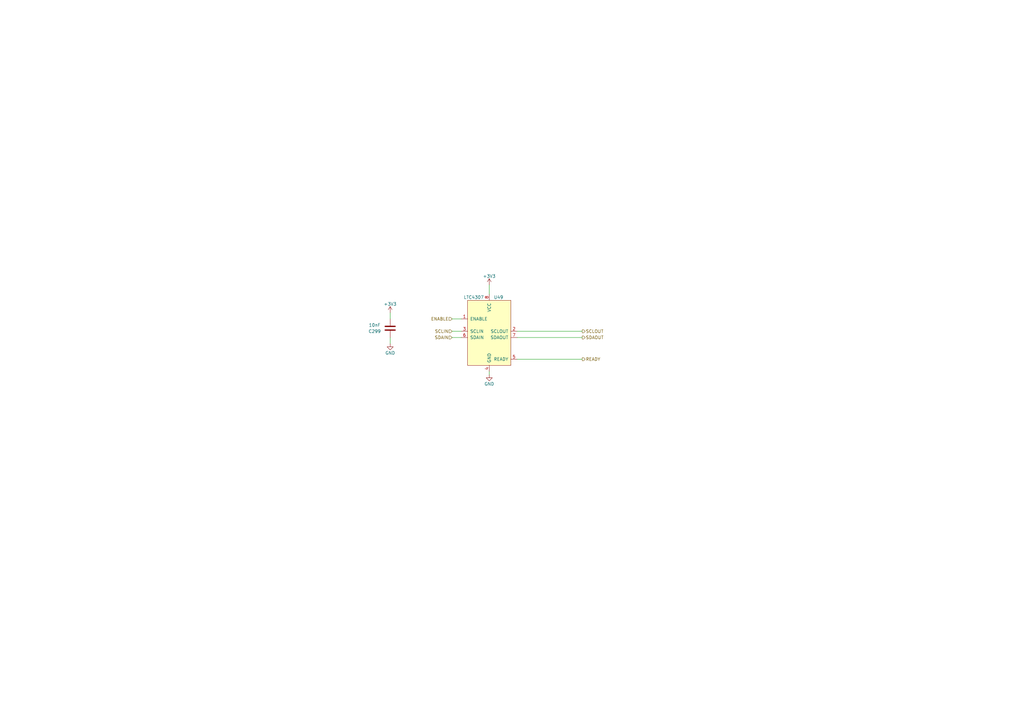
<source format=kicad_sch>
(kicad_sch (version 20211123) (generator eeschema)
  (paper "A3")
  (title_block (title "ATCA Template") (date "2023-01-05") (rev "1.0") (company "Karlsruhe Institute of Technology (KIT)") (comment 1 "Carsten Schmerbeck") (comment 2 "Luis Ardila") (comment 4 "Licensed under CERN-OHL-P v2"))
  (lib_symbols
    (symbol "Device:C" (pin_numbers hide) (pin_names (offset 0.254))
      (property "Reference" "C" (at 0.635 2.54 0))
      (property "Value" "C" (at 0.635 -2.54 0))
      (symbol "C_0_1"
        (polyline (pts (xy -2.032 -0.762) (xy 2.032 -0.762)) (stroke (width 0.508)))
        (polyline (pts (xy -2.032 0.762) (xy 2.032 0.762)) (stroke (width 0.508)))
      )
      (symbol "C_1_1"
        (pin passive line (at 0 3.81 270) (length 2.794) (name "~") (number "1"))
        (pin passive line (at 0 -3.81 90) (length 2.794) (name "~") (number "2"))
      )
    )
    (symbol "KIT_Logic:LTC4307" (pin_names (offset 1.016))
      (property "Reference" "U24" (at 15.24 8.89 0))
      (property "Value" "LTC4307" (at 5.08 8.89 0))
      (symbol "LTC4307_0_1"
        (rectangle (start 2.54 7.62) (end 20.32 -19.05) (fill (type background)))
      )
      (symbol "LTC4307_1_1"
        (pin input line (at 0 0 0) (length 2.54) (name "ENABLE") (number "1"))
        (pin output line (at 22.86 -5.08 180) (length 2.54) (name "SCLOUT") (number "2"))
        (pin input line (at 0 -5.08 0) (length 2.54) (name "SCLIN") (number "3"))
        (pin power_in line (at 11.43 -21.59 90) (length 2.54) (name "GND") (number "4"))
        (pin output line (at 22.86 -16.51 180) (length 2.54) (name "READY") (number "5"))
        (pin input line (at 0 -7.62 0) (length 2.54) (name "SDAIN") (number "6"))
        (pin output line (at 22.86 -7.62 180) (length 2.54) (name "SDAOUT") (number "7"))
        (pin power_in line (at 11.43 10.16 270) (length 2.54) (name "VCC") (number "8"))
      )
    )
    (symbol "power:+3V3" (power) (pin_names (offset 0))
      (property "Value" "+3V3" (at 0 3.556 0))
      (symbol "+3V3_0_1"
        (polyline (pts (xy -0.762 1.27) (xy 0 2.54)))
        (polyline (pts (xy 0 0) (xy 0 2.54)))
        (polyline (pts (xy 0 2.54) (xy 0.762 1.27)))
      )
      (symbol "+3V3_1_1"
        (pin power_in line (at 0 0 90) (length 0) hide (name "+3V3") (number "1"))
      )
    )
    (symbol "power:GND" (power) (pin_names (offset 0))
      (property "Value" "GND" (at 0 -3.81 0))
      (symbol "GND_0_1"
        (polyline (pts (xy 0 0) (xy 0 -1.27) (xy 1.27 -1.27) (xy 0 -2.54) (xy -1.27 -1.27) (xy 0 -1.27)))
      )
      (symbol "GND_1_1"
        (pin power_in line (at 0 0 270) (length 0) hide (name "GND") (number "1"))
      )
    )
  )
  (wire (pts (xy 212.09 138.43) (xy 238.76 138.43)))
  (wire (pts (xy 185.42 135.89) (xy 189.23 135.89)))
  (wire (pts (xy 212.09 147.32) (xy 238.76 147.32)))
  (wire (pts (xy 185.42 130.81) (xy 189.23 130.81)))
  (wire (pts (xy 160.02 128.27) (xy 160.02 130.81)))
  (wire (pts (xy 212.09 135.89) (xy 238.76 135.89)))
  (wire (pts (xy 200.66 120.65) (xy 200.66 116.84)))
  (wire (pts (xy 200.66 153.67) (xy 200.66 152.4)))
  (wire (pts (xy 185.42 138.43) (xy 189.23 138.43)))
  (wire (pts (xy 160.02 138.43) (xy 160.02 140.97)))
  (hierarchical_label "READY" (shape output) (at 238.76 147.32 0))
  (hierarchical_label "SCLOUT" (shape output) (at 238.76 135.89 0))
  (hierarchical_label "SDAOUT" (shape output) (at 238.76 138.43 0))
  (hierarchical_label "SCLIN" (shape input) (at 185.42 135.89 180))
  (hierarchical_label "SDAIN" (shape input) (at 185.42 138.43 180))
  (hierarchical_label "ENABLE" (shape input) (at 185.42 130.81 180))
  (symbol (lib_id "KIT_Logic:LTC4307") (at 189.23 130.81 0) (unit 1)
    (property "Reference" "U49" (at 204.47 121.92 0))
    (property "Value" "LTC4307" (at 194.31 121.92 0))
    (property "Footprint" "Package_SO:MSOP-8_3x3mm_P0.65mm" (effects hide))
    (property "Datasheet" "https://www.analog.com/media/en/technical-documentation/data-sheets/4307f.pdf" (effects hide))
    (property "digikey#" "LTC4307CMS8-1#TRPBF" (effects hide))
    (property "manf#" "LTC4307CMS8-1#TRPBF" (effects hide))
    (property "manf" "Analog Devices" (effects hide))
    (property "mouser#" "584-C4307CMS8-1TRPBF" (effects hide))
    (property "stock" "Box: 20" (effects hide))
  )
  (symbol (lib_id "Device:C") (at 160.02 134.62 0) (mirror y) (unit 1)
    (property "Reference" "C299" (at 153.67 135.89 0))
    (property "Value" "10nF" (at 153.67 133.35 0))
    (property "Footprint" "Capacitor_SMD:C_0402_1005Metric" (effects hide))
    (property "stock" "AVT-IPE" (effects hide))
    (property "info" "25 V" (effects hide))
  )
  (symbol (lib_id "power:+3V3") (at 160.02 128.27 0) (unit 1)
    (property "Reference" "#PWR0807" (effects hide))
    (property "Value" "+3V3" (at 160.02 124.714 0))
  )
  (symbol (lib_id "power:GND") (at 160.02 140.97 0) (unit 1)
    (property "Reference" "#PWR0808" (effects hide))
    (property "Value" "GND" (at 160.02 144.78 0))
  )
  (symbol (lib_id "power:+3V3") (at 200.66 116.84 0) (unit 1)
    (property "Reference" "#PWR0809" (effects hide))
    (property "Value" "+3V3" (at 200.66 113.284 0))
  )
  (symbol (lib_id "power:GND") (at 200.66 153.67 0) (unit 1)
    (property "Reference" "#PWR0810" (effects hide))
    (property "Value" "GND" (at 200.66 157.48 0))
  )
)
</source>
